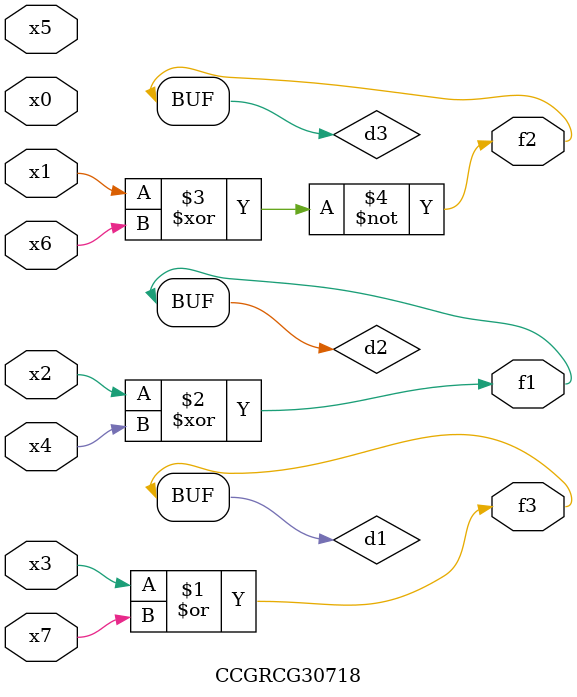
<source format=v>
module CCGRCG30718(
	input x0, x1, x2, x3, x4, x5, x6, x7,
	output f1, f2, f3
);

	wire d1, d2, d3;

	or (d1, x3, x7);
	xor (d2, x2, x4);
	xnor (d3, x1, x6);
	assign f1 = d2;
	assign f2 = d3;
	assign f3 = d1;
endmodule

</source>
